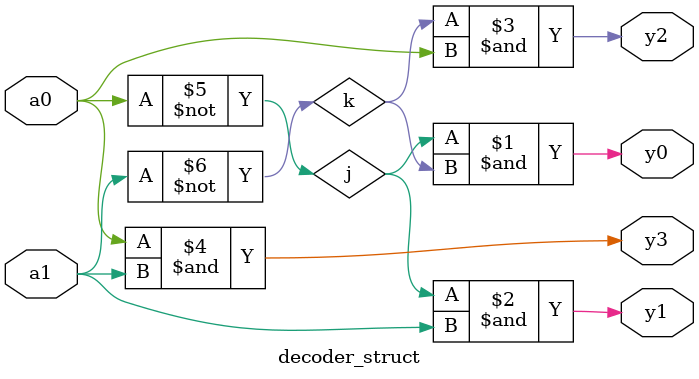
<source format=v>

module decoder_struct(a0,a1,y0,y1,y2,y3);
input a0,a1;
output y0,y1,y2,y3;
wire j,k;
not(j,a0);
not(k,a1);
and(y0,j,k);
and(y1,j,a1);
and(y2,k,a0);
and(y3,a0,a1);
endmodule

</source>
